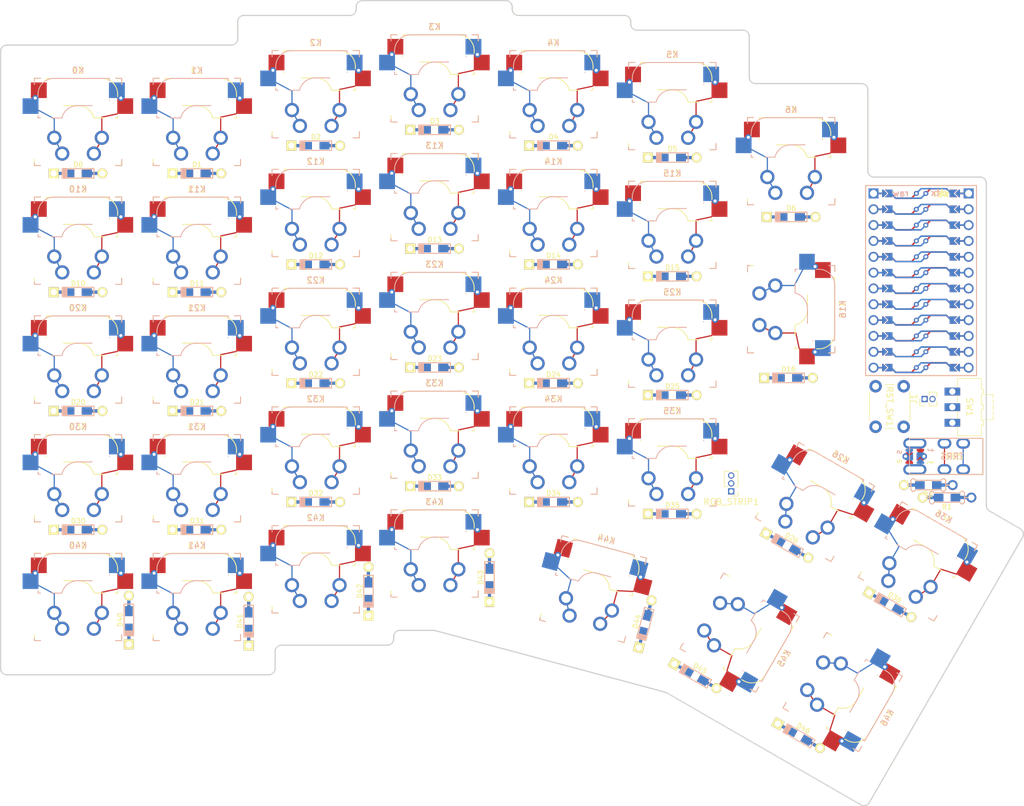
<source format=kicad_pcb>
(kicad_pcb (version 20211014) (generator pcbnew)
  (title_block (title "Neodox keyboard PCB") (date "2018-05-05") (rev "1.0") (comment 1 "designed by Pastitas") (comment 2 "https://github.com/pastitas/neodox-keyboard"))
  (layers (0 "F.Cu" signal) (31 "B.Cu" signal) (34 "B.Paste" user) (35 "F.Paste" user) (36 "B.SilkS" user "B.Silkscreen") (37 "F.SilkS" user "F.Silkscreen") (38 "B.Mask" user) (39 "F.Mask" user) (44 "Edge.Cuts" user))
  (net 0 "")
  (net 1 "Net-(D0-Pad2)")
  (net 2 "row0")
  (net 3 "Net-(D1-Pad2)")
  (net 4 "Net-(D2-Pad2)")
  (net 5 "Net-(D3-Pad2)")
  (net 6 "Net-(D4-Pad2)")
  (net 7 "Net-(D5-Pad2)")
  (net 8 "Net-(D6-Pad2)")
  (net 9 "Net-(D10-Pad2)")
  (net 10 "row1")
  (net 11 "Net-(D11-Pad2)")
  (net 12 "Net-(D12-Pad2)")
  (net 13 "Net-(D13-Pad2)")
  (net 14 "Net-(D14-Pad2)")
  (net 15 "Net-(D15-Pad2)")
  (net 16 "Net-(D16-Pad2)")
  (net 17 "Net-(D20-Pad2)")
  (net 18 "row2")
  (net 19 "Net-(D21-Pad2)")
  (net 20 "Net-(D22-Pad2)")
  (net 21 "Net-(D23-Pad2)")
  (net 22 "Net-(D24-Pad2)")
  (net 23 "Net-(D25-Pad2)")
  (net 24 "Net-(D26-Pad2)")
  (net 25 "Net-(D30-Pad2)")
  (net 26 "row3")
  (net 27 "Net-(D31-Pad2)")
  (net 28 "Net-(D32-Pad2)")
  (net 29 "Net-(D33-Pad2)")
  (net 30 "Net-(D34-Pad2)")
  (net 31 "Net-(D35-Pad2)")
  (net 32 "Net-(D36-Pad2)")
  (net 33 "Net-(D40-Pad2)")
  (net 34 "row4")
  (net 35 "Net-(D41-Pad2)")
  (net 36 "Net-(D42-Pad2)")
  (net 37 "Net-(D43-Pad2)")
  (net 38 "Net-(D44-Pad2)")
  (net 39 "Net-(D45-Pad2)")
  (net 40 "Net-(D46-Pad2)")
  (net 41 "col0")
  (net 42 "col1")
  (net 43 "col2")
  (net 44 "col3")
  (net 45 "col4")
  (net 46 "col5")
  (net 47 "col6")
  (net 48 "VCC")
  (net 49 "SDA")
  (net 50 "SCL")
  (net 51 "rgb_data")
  (net 52 "GND")
  (net 53 "RST")
  (net 55 "B-")
  (net 57 "B+")
  (net 59 "Net-(J1-Pad2)")
  (footprint "keyboard_reversible:Diode-dual" (layer "F.Cu") (at 66.11 48.61 180)
    (fp_text reference "D0")
    (fp_text value "D" hide)
  )
  (footprint "keyboard_reversible:Diode-dual" (layer "F.Cu") (at 85.16 48.61 180)
    (fp_text reference "D1")
    (fp_text value "D" hide)
  )
  (footprint "keyboard_reversible:Diode-dual" (layer "F.Cu") (at 104.21 44.165 180)
    (fp_text reference "D2")
    (fp_text value "D" hide)
  )
  (footprint "keyboard_reversible:Diode-dual" (layer "F.Cu") (at 123.26 41.625 180)
    (fp_text reference "D3")
    (fp_text value "D" hide)
  )
  (footprint "keyboard_reversible:Diode-dual" (layer "F.Cu") (at 142.31 44.165 180)
    (fp_text reference "D4")
    (fp_text value "D" hide)
  )
  (footprint "keyboard_reversible:Diode-dual" (layer "F.Cu") (at 161.36 46.07 180)
    (fp_text reference "D5")
    (fp_text value "D" hide)
  )
  (footprint "keyboard_reversible:Diode-dual" (layer "F.Cu") (at 180.41 55.595 180)
    (fp_text reference "D6")
    (fp_text value "D" hide)
  )
  (footprint "keyboard_reversible:Diode-dual" (layer "F.Cu") (at 66.11 67.66 180)
    (fp_text reference "D10")
    (fp_text value "D" hide)
  )
  (footprint "keyboard_reversible:Diode-dual" (layer "F.Cu") (at 85.16 67.66 180)
    (fp_text reference "D11")
    (fp_text value "D" hide)
  )
  (footprint "keyboard_reversible:Diode-dual" (layer "F.Cu") (at 104.21 63.215 180)
    (fp_text reference "D12")
    (fp_text value "D" hide)
  )
  (footprint "keyboard_reversible:Diode-dual" (layer "F.Cu") (at 123.26 60.675 180)
    (fp_text reference "D13")
    (fp_text value "D" hide)
  )
  (footprint "keyboard_reversible:Diode-dual" (layer "F.Cu") (at 142.31 63.215 180)
    (fp_text reference "D14")
    (fp_text value "D" hide)
  )
  (footprint "keyboard_reversible:Diode-dual" (layer "F.Cu") (at 161.36 65.12 180)
    (fp_text reference "D15")
    (fp_text value "D" hide)
  )
  (footprint "keyboard_reversible:Diode-dual" (layer "F.Cu") (at 179.9796 81.408 180)
    (fp_text reference "D16")
    (fp_text value "D" hide)
  )
  (footprint "keyboard_reversible:Diode-dual" (layer "F.Cu") (at 66.11 86.71 180)
    (fp_text reference "D20")
    (fp_text value "D" hide)
  )
  (footprint "keyboard_reversible:Diode-dual" (layer "F.Cu") (at 85.16 86.71 180)
    (fp_text reference "D21")
    (fp_text value "D" hide)
  )
  (footprint "keyboard_reversible:Diode-dual" (layer "F.Cu") (at 104.21 82.265 180)
    (fp_text reference "D22")
    (fp_text value "D" hide)
  )
  (footprint "keyboard_reversible:Diode-dual" (layer "F.Cu") (at 123.26 79.725 180)
    (fp_text reference "D23")
    (fp_text value "D" hide)
  )
  (footprint "keyboard_reversible:Diode-dual" (layer "F.Cu") (at 142.31 82.265 180)
    (fp_text reference "D24")
    (fp_text value "D" hide)
  )
  (footprint "keyboard_reversible:Diode-dual" (layer "F.Cu") (at 161.36 84.17 180)
    (fp_text reference "D25")
    (fp_text value "D" hide)
  )
  (footprint "keyboard_reversible:Diode-dual" (layer "F.Cu") (at 179.775 108.3 150)
    (fp_text reference "D26")
    (fp_text value "D" hide)
  )
  (footprint "keyboard_reversible:Diode-dual" (layer "F.Cu") (at 66.11 105.76 180)
    (fp_text reference "D30")
    (fp_text value "D" hide)
  )
  (footprint "keyboard_reversible:Diode-dual" (layer "F.Cu") (at 85.16 105.76 180)
    (fp_text reference "D31")
    (fp_text value "D" hide)
  )
  (footprint "keyboard_reversible:Diode-dual" (layer "F.Cu") (at 104.21 101.315 180)
    (fp_text reference "D32")
    (fp_text value "D" hide)
  )
  (footprint "keyboard_reversible:Diode-dual" (layer "F.Cu") (at 123.26 98.775 180)
    (fp_text reference "D33")
    (fp_text value "D" hide)
  )
  (footprint "keyboard_reversible:Diode-dual" (layer "F.Cu") (at 142.31 101.315 180)
    (fp_text reference "D34")
    (fp_text value "D" hide)
  )
  (footprint "keyboard_reversible:Diode-dual" (layer "F.Cu") (at 161.36 103.22 180)
    (fp_text reference "D35")
    (fp_text value "D" hide)
  )
  (footprint "keyboard_reversible:Diode-dual" (layer "F.Cu") (at 196.285 117.825 150)
    (fp_text reference "D36")
    (fp_text value "D" hide)
  )
  (footprint "keyboard_reversible:Diode-dual" (layer "F.Cu") (at 74.26 120.225 -90)
    (fp_text reference "D40")
    (fp_text value "D" hide)
  )
  (footprint "keyboard_reversible:Diode-dual" (layer "F.Cu") (at 93.46 120.425 -90)
    (fp_text reference "D41")
    (fp_text value "D" hide)
  )
  (footprint "keyboard_reversible:Diode-dual" (layer "F.Cu") (at 112.66 115.625 -90)
    (fp_text reference "D42")
    (fp_text value "D" hide)
  )
  (footprint "keyboard_reversible:Diode-dual" (layer "F.Cu") (at 132.06 113.425 -90)
    (fp_text reference "D43")
    (fp_text value "D" hide)
  )
  (footprint "keyboard_reversible:Diode-dual" (layer "F.Cu") (at 157.022347 120.872704 -105)
    (fp_text reference "D44")
    (fp_text value "D" hide)
  )
  (footprint "keyboard_reversible:Diode-dual" (layer "F.Cu") (at 165.06 129.225 150)
    (fp_text reference "D45")
    (fp_text value "D" hide)
  )
  (footprint "keyboard_reversible:Diode-dual" (layer "F.Cu") (at 181.66 138.825 150)
    (fp_text reference "D46")
    (fp_text value "D" hide)
  )
  (footprint "Keyboard_reversible:Kailh_socket_MX_optional_reversible" (layer "F.Cu") (at 66.11 40.355)
    (fp_text reference "K0")
    (fp_text value "KEYSW")
  )
  (footprint "Keyboard_reversible:Kailh_socket_MX_optional_reversible" (layer "F.Cu") (at 85.16 40.355)
    (fp_text reference "K1")
    (fp_text value "KEYSW")
  )
  (footprint "Keyboard_reversible:Kailh_socket_MX_optional_reversible" (layer "F.Cu") (at 104.21 35.91)
    (fp_text reference "K2")
    (fp_text value "KEYSW")
  )
  (footprint "Keyboard_reversible:Kailh_socket_MX_optional_reversible" (layer "F.Cu") (at 123.26 33.37)
    (fp_text reference "K3")
    (fp_text value "KEYSW")
  )
  (footprint "Keyboard_reversible:Kailh_socket_MX_optional_reversible" (layer "F.Cu") (at 142.31 35.91)
    (fp_text reference "K4")
    (fp_text value "KEYSW")
  )
  (footprint "Keyboard_reversible:Kailh_socket_MX_optional_reversible" (layer "F.Cu") (at 161.36 37.815)
    (fp_text reference "K5")
    (fp_text value "KEYSW")
  )
  (footprint "Keyboard_reversible:Kailh_socket_MX_optional_reversible" (layer "F.Cu") (at 180.41 46.65)
    (fp_text reference "K6")
    (fp_text value "KEYSW")
  )
  (footprint "Keyboard_reversible:Kailh_socket_MX_optional_reversible" (layer "F.Cu") (at 66.11 59.405)
    (fp_text reference "K10")
    (fp_text value "KEYSW")
  )
  (footprint "Keyboard_reversible:Kailh_socket_MX_optional_reversible" (layer "F.Cu") (at 85.16 59.405)
    (fp_text reference "K11")
    (fp_text value "KEYSW")
  )
  (footprint "Keyboard_reversible:Kailh_socket_MX_optional_reversible" (layer "F.Cu") (at 104.21 54.96)
    (fp_text reference "K12")
    (fp_text value "KEYSW")
  )
  (footprint "Keyboard_reversible:Kailh_socket_MX_optional_reversible" (layer "F.Cu") (at 123.26 52.42)
    (fp_text reference "K13")
    (fp_text value "KEYSW")
  )
  (footprint "Keyboard_reversible:Kailh_socket_MX_optional_reversible" (layer "F.Cu") (at 142.31 54.96)
    (fp_text reference "K14")
    (fp_text value "KEYSW")
  )
  (footprint "Keyboard_reversible:Kailh_socket_MX_optional_reversible" (layer "F.Cu") (at 161.36 56.865)
    (fp_text reference "K15")
    (fp_text value "KEYSW")
  )
  (footprint "Keyboard_reversible:Kailh_socket_MX_optional_reversible" (layer "F.Cu") (at 180.41 70.4 -90)
    (fp_text reference "K16")
    (fp_text value "KEYSW")
  )
  (footprint "Keyboard_reversible:Kailh_socket_MX_optional_reversible" (layer "F.Cu") (at 66.11 78.455)
    (fp_text reference "K20")
    (fp_text value "KEYSW")
  )
  (footprint "Keyboard_reversible:Kailh_socket_MX_optional_reversible" (layer "F.Cu") (at 85.16 78.455)
    (fp_text reference "K21")
    (fp_text value "KEYSW")
  )
  (footprint "Keyboard_reversible:Kailh_socket_MX_optional_reversible" (layer "F.Cu") (at 104.21 74.01)
    (fp_text reference "K22")
    (fp_text value "KEYSW")
  )
  (footprint "Keyboard_reversible:Kailh_socket_MX_optional_reversible" (layer "F.Cu") (at 123.26 71.47)
    (fp_text reference "K23")
    (fp_text value "KEYSW")
  )
  (footprint "Keyboard_reversible:Kailh_socket_MX_optional_reversible" (layer "F.Cu") (at 142.31 74.01)
    (fp_text reference "K24")
    (fp_text value "KEYSW")
  )
  (footprint "Keyboard_reversible:Kailh_socket_MX_optional_reversible" (layer "F.Cu") (at 161.36 75.915)
    (fp_text reference "K25")
    (fp_text value "KEYSW")
  )
  (footprint "Keyboard_reversible:Kailh_socket_MX_optional_reversible" (layer "F.Cu") (at 184.22 101.315 -30)
    (fp_text reference "K26")
    (fp_text value "KEYSW")
  )
  (footprint "Keyboard_reversible:Kailh_socket_MX_optional_reversible" (layer "F.Cu") (at 66.11 97.505)
    (fp_text reference "K30")
    (fp_text value "KEYSW")
  )
  (footprint "Keyboard_reversible:Kailh_socket_MX_optional_reversible" (layer "F.Cu") (at 85.16 97.505)
    (fp_text reference "K31")
    (fp_text value "KEYSW")
  )
  (footprint "Keyboard_reversible:Kailh_socket_MX_optional_reversible" (layer "F.Cu") (at 104.21 93.06)
    (fp_text reference "K32")
    (fp_text value "KEYSW")
  )
  (footprint "Keyboard_reversible:Kailh_socket_MX_optional_reversible" (layer "F.Cu") (at 123.26 90.52)
    (fp_text reference "K33")
    (fp_text value "KEYSW")
  )
  (footprint "Keyboard_reversible:Kailh_socket_MX_optional_reversible" (layer "F.Cu") (at 142.31 93.06)
    (fp_text reference "K34")
    (fp_text value "KEYSW")
  )
  (footprint "Keyboard_reversible:Kailh_socket_MX_optional_reversible" (layer "F.Cu") (at 161.36 94.965)
    (fp_text reference "K35")
    (fp_text value "KEYSW")
  )
  (footprint "Keyboard_reversible:Kailh_socket_MX_optional_reversible" (layer "F.Cu") (at 200.73 110.84 -30)
    (fp_text reference "K36")
    (fp_text value "KEYSW")
  )
  (footprint "Keyboard_reversible:Kailh_socket_MX_optional_reversible" (layer "F.Cu") (at 66.11 116.555)
    (fp_text reference "K40")
    (fp_text value "KEYSW")
  )
  (footprint "Keyboard_reversible:Kailh_socket_MX_optional_reversible" (layer "F.Cu") (at 85.16 116.555)
    (fp_text reference "K41")
    (fp_text value "KEYSW")
  )
  (footprint "Keyboard_reversible:Kailh_socket_MX_optional_reversible" (layer "F.Cu") (at 104.21 112.11)
    (fp_text reference "K42")
    (fp_text value "KEYSW")
  )
  (footprint "Keyboard_reversible:Kailh_socket_MX_optional_reversible" (layer "F.Cu") (at 123.26 109.57)
    (fp_text reference "K43")
    (fp_text value "KEYSW")
  )
  (footprint "Keyboard_reversible:Kailh_socket_MX_optional_reversible" (layer "F.Cu") (at 148.66 115.285 -15)
    (fp_text reference "K44")
    (fp_text value "KEYSW")
  )
  (footprint "Keyboard_reversible:Kailh_socket_MX_optional_reversible" (layer "F.Cu") (at 172.155 122.27 -120)
    (fp_text reference "K45")
    (fp_text value "KEYSW")
  )
  (footprint "Keyboard_reversible:Kailh_socket_MX_optional_reversible" (layer "F.Cu") (at 188.665 131.795 -120)
    (fp_text reference "K46")
    (fp_text value "KEYSW")
  )
  (footprint "Keyboard_reversible:Resistor-Hybrid" (layer "F.Cu") (at 205.4 100.6)
    (fp_text reference "R1")
    (fp_text value "4.7k" hide)
  )
  (footprint "Keyboard_reversible:Resistor-Hybrid" (layer "F.Cu") (at 202.4 98.6)
    (fp_text reference "R2")
    (fp_text value "4.7k" hide)
  )
  (footprint "Keyboard_reversible:PJ-320A" (layer "F.Cu") (at 211.288 94 -90)
    (fp_text reference "TRRS1")
    (fp_text value "Audio-Jack-4" hide)
  )
  (footprint "keyboard_reversible:ProMicro" (layer "F.Cu") (at 200.138 66.895)
    (fp_text reference "U1" hide)
    (fp_text value "ProMicro")
  )
  (footprint "Keyboard_reversible:pushbutton_reversible" (layer "F.Cu") (at 196.2 86 -90)
    (fp_text reference "RST_SW1")
    (fp_text value "SW_PUSH")
  )
  (footprint "Connector_PinHeader_1.27mm:PinHeader_1x03_P1.27mm_Vertical" (layer "F.Cu") (at 170.8 99.6 180)
    (fp_text reference "RGB_STRIP1")
    (fp_text value "Conn_01x03")
  )
  (footprint "Keyboard_reversible:switch_reversible" (layer "F.Cu") (at 208.8 86 -90)
    (fp_text reference "SW1")
    (fp_text value "SW_DPDT_x2")
  )
  (footprint "Connector_PinHeader_1.27mm:PinHeader_1x02_P1.27mm_Vertical" (layer "F.Cu") (at 201.8 84.8 90)
    (fp_text reference "J1")
    (fp_text value "Conn_01x02_Female")
  )
  (gr_line (start 135.7 21.9) (end 135.7 22.275) (layer "Edge.Cuts") (width 0.2))
  (gr_line (start 174.7 34.2) (end 191.7 34.2) (layer "Edge.Cuts") (width 0.2))
  (gr_arc (start 172.7 25.65) (mid 173.407107 25.942893) (end 173.7 26.65) (layer "Edge.Cuts") (width 0.2))
  (gr_arc (start 97.7 128.025) (mid 97.407107 128.732107) (end 96.7 129.025) (layer "Edge.Cuts") (width 0.2))
  (gr_arc (start 212.2 102.755176) (mid 211.833993 102.389147) (end 211.7 101.889151) (layer "Edge.Cuts") (width 0.2))
  (gr_line (start 211.7 101.889151) (end 211.7 50.2) (layer "Edge.Cuts") (width 0.2))
  (gr_line (start 192.9423 149.516102) (end 217.5048 106.972605) (layer "Edge.Cuts") (width 0.2))
  (gr_line (start 154.7 24.275) (end 154.7 24.65) (layer "Edge.Cuts") (width 0.2))
  (gr_line (start 192.7 48.2) (end 192.7 35.2) (layer "Edge.Cuts") (width 0.2))
  (gr_arc (start 160.217306 131.816364) (mid 160.341171 131.858409) (end 160.458487 131.916265) (layer "Edge.Cuts") (width 0.2))
  (gr_arc (start 210.7 49.2) (mid 211.407107 49.492893) (end 211.7 50.2) (layer "Edge.Cuts") (width 0.2))
  (gr_line (start 110.7 22.275) (end 110.7 21.9) (layer "Edge.Cuts") (width 0.2))
  (gr_line (start 91.7 27.025) (end 91.7 24.275) (layer "Edge.Cuts") (width 0.2))
  (gr_line (start 54.7 28.025) (end 90.7 28.025) (layer "Edge.Cuts") (width 0.2))
  (gr_arc (start 217.138775 105.606579) (mid 217.60471 106.213784) (end 217.5048 106.972605) (layer "Edge.Cuts") (width 0.2))
  (gr_arc (start 116.7 123.275) (mid 116.407107 123.982107) (end 115.7 124.275) (layer "Edge.Cuts") (width 0.2))
  (gr_arc (start 91.7 27.025) (mid 91.407107 27.732107) (end 90.7 28.025) (layer "Edge.Cuts") (width 0.2))
  (gr_arc (start 97.7 125.275) (mid 97.992893 124.567893) (end 98.7 124.275) (layer "Edge.Cuts") (width 0.2))
  (gr_arc (start 123.077278 121.9) (mid 123.207805 121.908552) (end 123.336097 121.934074) (layer "Edge.Cuts") (width 0.2))
  (gr_arc (start 116.7 122.9) (mid 116.992893 122.192893) (end 117.7 121.9) (layer "Edge.Cuts") (width 0.2))
  (gr_line (start 92.7 23.275) (end 109.7 23.275) (layer "Edge.Cuts") (width 0.2))
  (gr_line (start 173.7 26.65) (end 173.7 33.2) (layer "Edge.Cuts") (width 0.2))
  (gr_line (start 155.7 25.65) (end 172.7 25.65) (layer "Edge.Cuts") (width 0.2))
  (gr_line (start 116.7 122.9) (end 116.7 123.275) (layer "Edge.Cuts") (width 0.2))
  (gr_line (start 136.7 23.275) (end 153.7 23.275) (layer "Edge.Cuts") (width 0.2))
  (gr_arc (start 153.7 23.275) (mid 154.407107 23.567893) (end 154.7 24.275) (layer "Edge.Cuts") (width 0.2))
  (gr_arc (start 155.7 25.65) (mid 154.992893 25.357107) (end 154.7 24.65) (layer "Edge.Cuts") (width 0.2))
  (gr_line (start 123.336097 121.934074) (end 160.217306 131.816365) (layer "Edge.Cuts") (width 0.2))
  (gr_arc (start 174.7 34.2) (mid 173.992893 33.907107) (end 173.7 33.2) (layer "Edge.Cuts") (width 0.2))
  (gr_arc (start 54.7 129.025) (mid 53.992893 128.732107) (end 53.7 128.025) (layer "Edge.Cuts") (width 0.2))
  (gr_line (start 212.2 102.755176) (end 217.138775 105.606579) (layer "Edge.Cuts") (width 0.2))
  (gr_arc (start 134.7 20.9) (mid 135.407107 21.192893) (end 135.7 21.9) (layer "Edge.Cuts") (width 0.2))
  (gr_line (start 54.7 129.025) (end 96.7 129.025) (layer "Edge.Cuts") (width 0.2))
  (gr_arc (start 136.7 23.275) (mid 135.992893 22.982107) (end 135.7 22.275) (layer "Edge.Cuts") (width 0.2))
  (gr_arc (start 110.7 21.9) (mid 110.992893 21.192893) (end 111.7 20.9) (layer "Edge.Cuts") (width 0.2))
  (gr_line (start 210.7 49.2) (end 193.7 49.2) (layer "Edge.Cuts") (width 0.2))
  (gr_line (start 53.7 128.025) (end 53.7 29.025) (layer "Edge.Cuts") (width 0.2))
  (gr_line (start 160.458487 131.916265) (end 191.576275 149.882128) (layer "Edge.Cuts") (width 0.2))
  (gr_line (start 97.7 125.275) (end 97.7 128.025) (layer "Edge.Cuts") (width 0.2))
  (gr_arc (start 91.7 24.275) (mid 91.992893 23.567893) (end 92.7 23.275) (layer "Edge.Cuts") (width 0.2))
  (gr_line (start 117.7 121.9) (end 123.077278 121.9) (layer "Edge.Cuts") (width 0.2))
  (gr_line (start 98.7 124.275) (end 115.7 124.275) (layer "Edge.Cuts") (width 0.2))
  (gr_arc (start 53.7 29.025) (mid 53.992893 28.317893) (end 54.7 28.025) (layer "Edge.Cuts") (width 0.2))
  (gr_arc (start 193.7 49.2) (mid 192.992893 48.907107) (end 192.7 48.2) (layer "Edge.Cuts") (width 0.2))
  (gr_arc (start 110.7 22.275) (mid 110.407107 22.982107) (end 109.7 23.275) (layer "Edge.Cuts") (width 0.2))
  (gr_arc (start 192.9423 149.516103) (mid 192.335097 149.982011) (end 191.576275 149.882128) (layer "Edge.Cuts") (width 0.2))
  (gr_line (start 111.7 20.9) (end 134.7 20.9) (layer "Edge.Cuts") (width 0.2))
  (gr_arc (start 191.7 34.2) (mid 192.407107 34.492893) (end 192.7 35.2) (layer "Edge.Cuts") (width 0.2))
)
</source>
